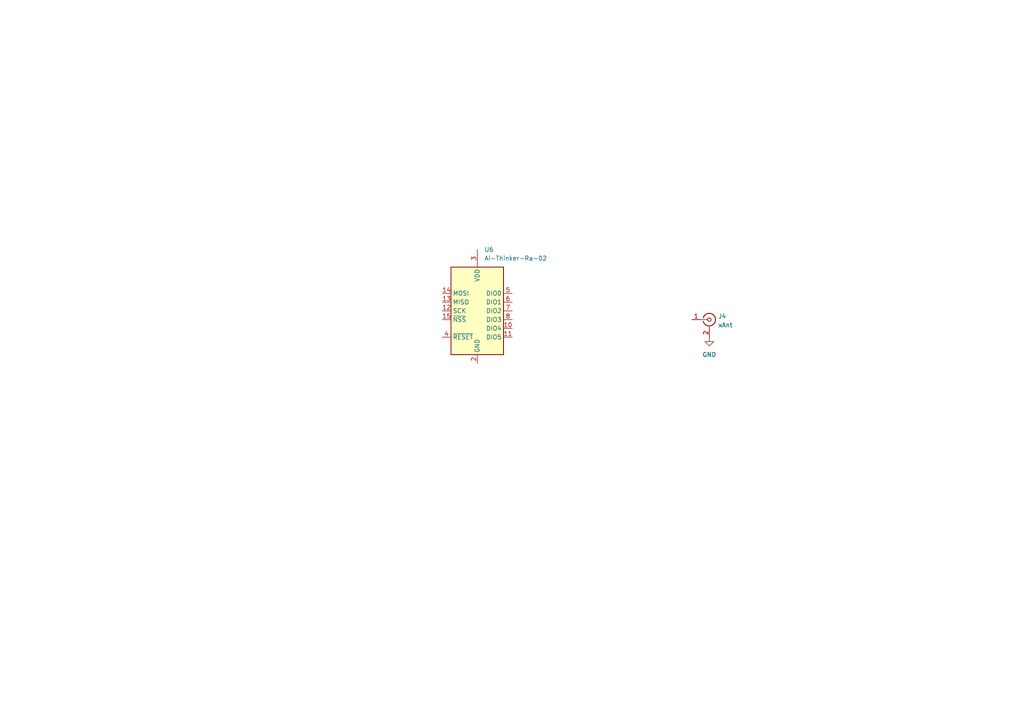
<source format=kicad_sch>
(kicad_sch (version 20211123) (generator eeschema)
  (paper "A4")
  (lib_symbols
    (symbol "Connector:Conn_Coaxial" (pin_names (offset 1.016) hide)
      (property "Reference" "J" (at 0.254 3.048 0))
      (property "Value" "Conn_Coaxial" (at 2.921 0 90))
      (symbol "Conn_Coaxial_0_1"
        (arc (start -1.778 -0.508) (mid 0.2311 -1.8066) (end 1.778 0) (stroke (width 0.254)))
        (polyline (pts (xy -2.54 0) (xy -0.508 0)))
        (polyline (pts (xy 0 -2.54) (xy 0 -1.778)))
        (circle (center 0 0) (radius 0.508) (stroke (width 0.2032)))
        (arc (start 1.778 0) (mid 0.2099 1.8101) (end -1.778 0.508) (stroke (width 0.254)))
      )
      (symbol "Conn_Coaxial_1_1"
        (pin passive line (at -5.08 0 0) (length 2.54) (name "In") (number "1"))
        (pin passive line (at 0 -5.08 90) (length 2.54) (name "Ext") (number "2"))
      )
    )
    (symbol "RF_Module:Ai-Thinker-Ra-02"
      (property "Reference" "U" (at 2.54 19.05 0))
      (property "Value" "Ai-Thinker-Ra-02" (at 13.97 -15.24 0))
      (symbol "Ai-Thinker-Ra-02_0_1"
        (rectangle (start -7.62 12.7) (end 7.62 -12.7) (stroke (width 0.254)) (fill (type background)))
      )
      (symbol "Ai-Thinker-Ra-02_1_1"
        (pin passive line (at 0 -15.24 90) (length 2.54) hide (name "GND") (number "1"))
        (pin bidirectional line (at 10.16 -5.08 180) (length 2.54) (name "DIO4") (number "10"))
        (pin bidirectional line (at 10.16 -7.62 180) (length 2.54) (name "DIO5") (number "11"))
        (pin input line (at -10.16 0 0) (length 2.54) (name "SCK") (number "12"))
        (pin output line (at -10.16 2.54 0) (length 2.54) (name "MISO") (number "13"))
        (pin input line (at -10.16 5.08 0) (length 2.54) (name "MOSI") (number "14"))
        (pin input line (at -10.16 -2.54 0) (length 2.54) (name "~{NSS}") (number "15"))
        (pin passive line (at 0 -15.24 90) (length 2.54) hide (name "GND") (number "16"))
        (pin power_in line (at 0 -15.24 90) (length 2.54) (name "GND") (number "2"))
        (pin power_in line (at 0 17.78 270) (length 5.08) (name "VDD") (number "3"))
        (pin input line (at -10.16 -7.62 0) (length 2.54) (name "~{RESET}") (number "4"))
        (pin bidirectional line (at 10.16 5.08 180) (length 2.54) (name "DIO0") (number "5"))
        (pin bidirectional line (at 10.16 2.54 180) (length 2.54) (name "DIO1") (number "6"))
        (pin bidirectional line (at 10.16 0 180) (length 2.54) (name "DIO2") (number "7"))
        (pin bidirectional line (at 10.16 -2.54 180) (length 2.54) (name "DIO3") (number "8"))
        (pin passive line (at 0 -15.24 90) (length 2.54) hide (name "GND") (number "9"))
      )
    )
    (symbol "power:GND" (power) (pin_names (offset 0))
      (property "Value" "GND" (at 0 -3.81 0))
      (symbol "GND_0_1"
        (polyline (pts (xy 0 0) (xy 0 -1.27) (xy 1.27 -1.27) (xy 0 -2.54) (xy -1.27 -1.27) (xy 0 -1.27)))
      )
      (symbol "GND_1_1"
        (pin power_in line (at 0 0 270) (length 0) hide (name "GND") (number "1"))
      )
    )
  )
  (symbol (lib_id "RF_Module:Ai-Thinker-Ra-02") (at 138.43 90.17 0) (unit 1)
    (property "Reference" "U6" (at 140.4494 72.39 0) (effects (justify left)))
    (property "Value" "Ai-Thinker-Ra-02" (at 140.4494 74.93 0) (effects (justify left)))
    (property "Footprint" "RF_Module:Ai-Thinker-Ra-01-LoRa" (effects hide))
    (property "Datasheet" "http://wiki.ai-thinker.com/_media/lora/docs/c048ps01a1_ra-02_product_specification_v1.1.pdf" (effects hide))
  )
  (symbol (lib_id "power:GND") (at 205.74 97.79 0) (unit 1)
    (property "Reference" "#PWR0162" (effects hide))
    (property "Value" "GND" (at 205.74 102.87 0))
  )
  (symbol (lib_id "Connector:Conn_Coaxial") (at 205.74 92.71 0) (unit 1)
    (property "Reference" "J4" (at 208.28 91.7331 0) (effects (justify left)))
    (property "Value" "xAnt" (at 208.28 94.2731 0) (effects (justify left)))
    (property "Footprint" "Anh_Footprints:Connector_Coaxial_SMA" (effects hide))
    (property "Datasheet" " ~" (effects hide))
  )
)
</source>
